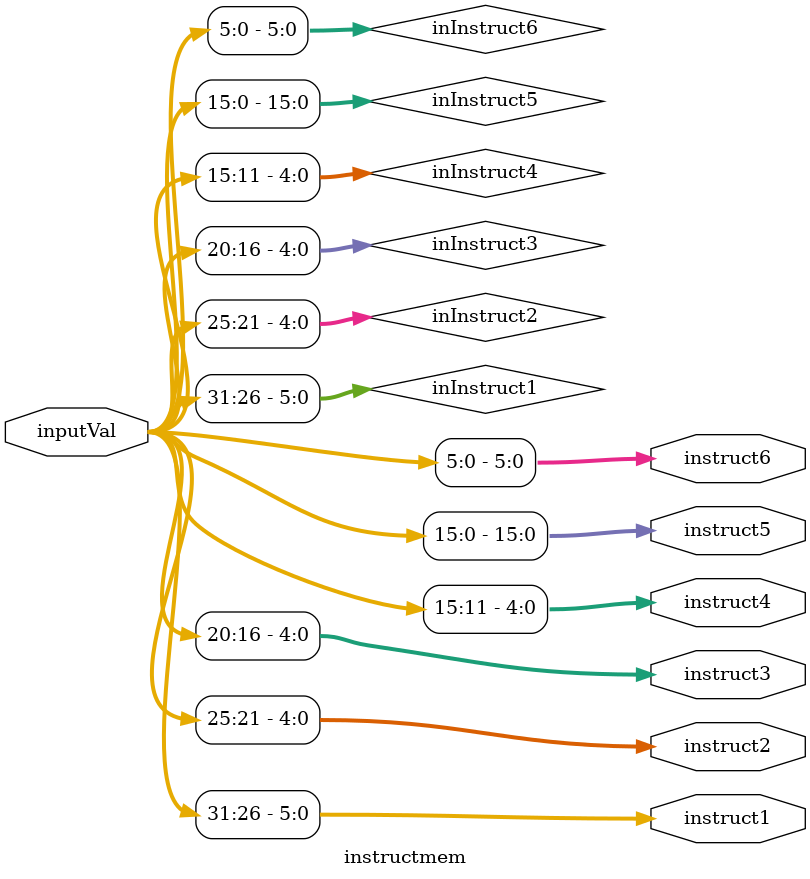
<source format=v>
module instructmem(
  input wire  [31:0]  inputVal,
  output wire [31:26] instruct1,
  output wire [25:21] instruct2,
  output wire [20:16] instruct3,
  output wire [15:11] instruct4,
  output wire [15:0]  instruct5,
  output wire [5:0]   instruct6);
  //instruction mememory, takes register input(program instruction)
  //and splits it up 6 parts

  //registers to hold wire data
  reg [5:0]  inInstruct1;
  reg [4:0]  inInstruct2;
  reg [4:0]  inInstruct3;
  reg [4:0]  inInstruct4;
  reg [15:0] inInstruct5;
  reg [5:0]  inInstruct6;
  //always sets inputval bits to their internal regs
  always
  begin
  #1
  inInstruct1 = inputVal[31:26];
  inInstruct2 = inputVal[25:21];
  inInstruct3 = inputVal[20:16];
  inInstruct4 = inputVal[15:11];
  inInstruct5 = inputVal[15:0];
  inInstruct6 = inputVal[5:0];
  end
  //set wires to internal registers
  assign  instruct1 = inInstruct1;
  assign  instruct2 = inInstruct2;
  assign  instruct3 = inInstruct3;
  assign  instruct4 = inInstruct4;
  assign  instruct5 = inInstruct5;
  assign  instruct6 = inInstruct6;

  endmodule

</source>
